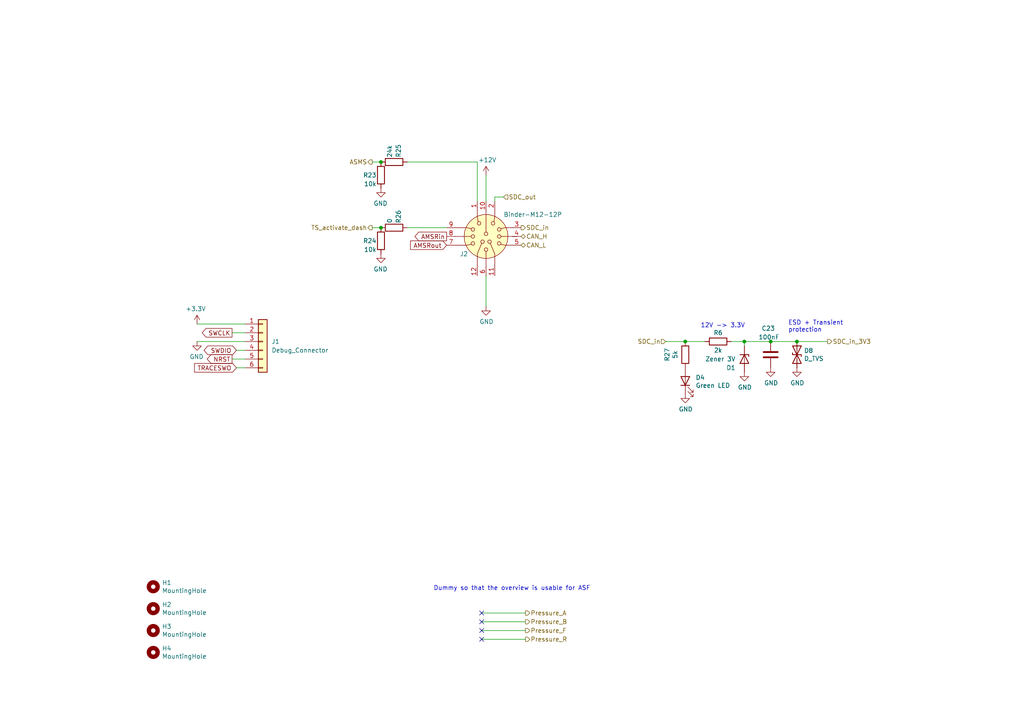
<source format=kicad_sch>
(kicad_sch (version 20211123) (generator eeschema)
  (paper "A4")
  (title_block (title "SDCL - Connections") (date "2021-12-16") (rev "v1.0") (company "FaSTTUBe - Formula Student Team TU Berlin") (comment 1 "Car 113") (comment 2 "EBS Electronics") (comment 3 "Electrical connections: Power, Programming, Buttons, CAN, SDC"))
  (lib_symbols
    (symbol "Connector_Generic:Conn_01x06" (pin_names (offset 1.016) hide)
      (property "Reference" "J" (at 0 7.62 0))
      (property "Value" "Conn_01x06" (at 0 -10.16 0))
      (symbol "Conn_01x06_1_1"
        (rectangle (start -1.27 -7.493) (end 0 -7.747) (stroke (width 0.1524)))
        (rectangle (start -1.27 -4.953) (end 0 -5.207) (stroke (width 0.1524)))
        (rectangle (start -1.27 -2.413) (end 0 -2.667) (stroke (width 0.1524)))
        (rectangle (start -1.27 0.127) (end 0 -0.127) (stroke (width 0.1524)))
        (rectangle (start -1.27 2.667) (end 0 2.413) (stroke (width 0.1524)))
        (rectangle (start -1.27 5.207) (end 0 4.953) (stroke (width 0.1524)))
        (rectangle (start -1.27 6.35) (end 1.27 -8.89) (stroke (width 0.254)) (fill (type background)))
        (pin passive line (at -5.08 5.08 0) (length 3.81) (name "Pin_1") (number "1"))
        (pin passive line (at -5.08 2.54 0) (length 3.81) (name "Pin_2") (number "2"))
        (pin passive line (at -5.08 0 0) (length 3.81) (name "Pin_3") (number "3"))
        (pin passive line (at -5.08 -2.54 0) (length 3.81) (name "Pin_4") (number "4"))
        (pin passive line (at -5.08 -5.08 0) (length 3.81) (name "Pin_5") (number "5"))
        (pin passive line (at -5.08 -7.62 0) (length 3.81) (name "Pin_6") (number "6"))
      )
    )
    (symbol "Custom:Binder-M12-12P" (pin_names (offset 1.016))
      (property "Reference" "J" (at -6.985 -5.715 0))
      (property "Value" "Binder-M12-12P" (at 4.572 6.858 0))
      (symbol "Binder-M12-12P_0_1"
        (circle (center -3.81 2.032) (radius 0.508))
        (circle (center -1.016 -1.524) (radius 0.508))
        (circle (center 0 -3.81) (radius 0.508))
        (polyline (pts (xy -8.89 -2.54) (xy -6.35 -2.54)))
        (polyline (pts (xy -8.89 2.54) (xy -6.35 2.54)))
        (polyline (pts (xy -2.54 -5.08) (xy -2.54 -8.89)))
        (polyline (pts (xy -2.54 6.35) (xy -2.54 7.62)))
        (polyline (pts (xy -1.2446 -1.9558) (xy -2.54 -5.08)))
        (polyline (pts (xy 0 -4.318) (xy 0 -8.89)))
        (polyline (pts (xy 0 2.54) (xy 0 1.27)))
        (polyline (pts (xy 0 2.54) (xy 0 7.62)))
        (polyline (pts (xy 1.2192 -1.9812) (xy 2.54 -5.08)))
        (polyline (pts (xy 2.54 -5.08) (xy 2.54 -8.89)))
        (polyline (pts (xy 2.54 6.35) (xy 2.54 7.62)))
        (polyline (pts (xy 6.35 -2.54) (xy 7.62 -2.54)))
        (polyline (pts (xy 6.35 2.54) (xy 7.62 2.54)))
        (polyline (pts (xy -6.35 2.54) (xy -5.588 2.54) (xy -4.318 2.286)))
        (polyline (pts (xy 6.35 2.54) (xy 5.588 2.54) (xy 4.318 2.286)))
        (circle (center 0 0) (radius 6.35) (fill (type background)))
        (circle (center 0 0.762) (radius 0.508))
        (circle (center 1.016 -1.524) (radius 0.508))
        (circle (center 3.81 2.032) (radius 0.508))
      )
      (symbol "Binder-M12-12P_1_1"
        (circle (center -3.81 -2.032) (radius 0.508))
        (circle (center -3.81 0) (radius 0.508))
        (circle (center -2.032 3.81) (radius 0.508))
        (polyline (pts (xy -4.318 0) (xy -8.89 0)))
        (polyline (pts (xy 4.318 0) (xy 8.89 0)))
        (polyline (pts (xy -6.35 -2.54) (xy -5.588 -2.54) (xy -4.318 -2.286)))
        (polyline (pts (xy -2.54 6.35) (xy -2.54 5.588) (xy -2.286 4.318)))
        (polyline (pts (xy 2.54 6.35) (xy 2.54 5.588) (xy 2.286 4.318)))
        (polyline (pts (xy 6.35 -2.54) (xy 5.588 -2.54) (xy 4.318 -2.286)))
        (circle (center 2.032 3.81) (radius 0.508))
        (circle (center 3.81 -2.032) (radius 0.508))
        (circle (center 3.81 0) (radius 0.508))
        (pin passive line (at -2.54 10.16 270) (length 2.54) (name "~") (number "1"))
        (pin passive line (at 0 10.16 270) (length 2.54) (name "~") (number "10"))
        (pin passive line (at 2.54 -11.43 90) (length 2.54) (name "~") (number "11"))
        (pin passive line (at -2.54 -11.43 90) (length 2.54) (name "~") (number "12"))
        (pin passive line (at 2.54 10.16 270) (length 2.54) (name "~") (number "2"))
        (pin passive line (at 10.16 2.54 180) (length 2.54) (name "~") (number "3"))
        (pin passive line (at 10.16 0 180) (length 2.54) (name "~") (number "4"))
        (pin passive line (at 10.16 -2.54 180) (length 2.54) (name "~") (number "5"))
        (pin passive line (at 0 -11.43 90) (length 2.54) (name "~") (number "6"))
        (pin passive line (at -11.43 -2.54 0) (length 2.54) (name "~") (number "7"))
        (pin passive line (at -11.43 0 0) (length 2.54) (name "~") (number "8"))
        (pin passive line (at -11.43 2.54 0) (length 2.54) (name "~") (number "9"))
      )
    )
    (symbol "Device:C" (pin_numbers hide) (pin_names (offset 0.254))
      (property "Reference" "C" (at 0.635 2.54 0))
      (property "Value" "C" (at 0.635 -2.54 0))
      (symbol "C_0_1"
        (polyline (pts (xy -2.032 -0.762) (xy 2.032 -0.762)) (stroke (width 0.508)))
        (polyline (pts (xy -2.032 0.762) (xy 2.032 0.762)) (stroke (width 0.508)))
      )
      (symbol "C_1_1"
        (pin passive line (at 0 3.81 270) (length 2.794) (name "~") (number "1"))
        (pin passive line (at 0 -3.81 90) (length 2.794) (name "~") (number "2"))
      )
    )
    (symbol "Device:D_TVS" (pin_numbers hide) (pin_names (offset 1.016) hide)
      (property "Reference" "D" (at 0 2.54 0))
      (property "Value" "D_TVS" (at 0 -2.54 0))
      (symbol "D_TVS_0_1"
        (polyline (pts (xy 1.27 0) (xy -1.27 0)))
        (polyline (pts (xy 0.508 1.27) (xy 0 1.27) (xy 0 -1.27) (xy -0.508 -1.27)) (stroke (width 0.254)))
        (polyline (pts (xy -2.54 1.27) (xy -2.54 -1.27) (xy 2.54 1.27) (xy 2.54 -1.27) (xy -2.54 1.27)) (stroke (width 0.254)))
      )
      (symbol "D_TVS_1_1"
        (pin passive line (at -3.81 0 0) (length 2.54) (name "A1") (number "1"))
        (pin passive line (at 3.81 0 180) (length 2.54) (name "A2") (number "2"))
      )
    )
    (symbol "Device:D_Zener" (pin_numbers hide) (pin_names (offset 1.016) hide)
      (property "Reference" "D" (at 0 2.54 0))
      (property "Value" "D_Zener" (at 0 -2.54 0))
      (symbol "D_Zener_0_1"
        (polyline (pts (xy 1.27 0) (xy -1.27 0)))
        (polyline (pts (xy -1.27 -1.27) (xy -1.27 1.27) (xy -0.762 1.27)) (stroke (width 0.254)))
        (polyline (pts (xy 1.27 -1.27) (xy 1.27 1.27) (xy -1.27 0) (xy 1.27 -1.27)) (stroke (width 0.254)))
      )
      (symbol "D_Zener_1_1"
        (pin passive line (at -3.81 0 0) (length 2.54) (name "K") (number "1"))
        (pin passive line (at 3.81 0 180) (length 2.54) (name "A") (number "2"))
      )
    )
    (symbol "Device:LED" (pin_numbers hide) (pin_names (offset 1.016) hide)
      (property "Reference" "D" (at 0 2.54 0))
      (property "Value" "LED" (at 0 -2.54 0))
      (symbol "LED_0_1"
        (polyline (pts (xy -1.27 -1.27) (xy -1.27 1.27)) (stroke (width 0.254)))
        (polyline (pts (xy -1.27 0) (xy 1.27 0)))
        (polyline (pts (xy 1.27 -1.27) (xy 1.27 1.27) (xy -1.27 0) (xy 1.27 -1.27)) (stroke (width 0.254)))
        (polyline (pts (xy -3.048 -0.762) (xy -4.572 -2.286) (xy -3.81 -2.286) (xy -4.572 -2.286) (xy -4.572 -1.524)))
        (polyline (pts (xy -1.778 -0.762) (xy -3.302 -2.286) (xy -2.54 -2.286) (xy -3.302 -2.286) (xy -3.302 -1.524)))
      )
      (symbol "LED_1_1"
        (pin passive line (at -3.81 0 0) (length 2.54) (name "K") (number "1"))
        (pin passive line (at 3.81 0 180) (length 2.54) (name "A") (number "2"))
      )
    )
    (symbol "Device:R" (pin_numbers hide) (pin_names (offset 0))
      (property "Reference" "R" (at 2.032 0 90))
      (property "Value" "R" (at 0 0 90))
      (symbol "R_0_1"
        (rectangle (start -1.016 -2.54) (end 1.016 2.54) (stroke (width 0.254)))
      )
      (symbol "R_1_1"
        (pin passive line (at 0 3.81 270) (length 1.27) (name "~") (number "1"))
        (pin passive line (at 0 -3.81 90) (length 1.27) (name "~") (number "2"))
      )
    )
    (symbol "Mechanical:MountingHole" (pin_names (offset 1.016))
      (property "Reference" "H" (at 0 5.08 0))
      (property "Value" "MountingHole" (at 0 3.175 0))
      (symbol "MountingHole_0_1"
        (circle (center 0 0) (radius 1.27) (stroke (width 1.27)))
      )
    )
    (symbol "power:+12V" (power) (pin_names (offset 0))
      (property "Value" "+12V" (at 0 3.556 0))
      (symbol "+12V_0_1"
        (polyline (pts (xy -0.762 1.27) (xy 0 2.54)))
        (polyline (pts (xy 0 0) (xy 0 2.54)))
        (polyline (pts (xy 0 2.54) (xy 0.762 1.27)))
      )
      (symbol "+12V_1_1"
        (pin power_in line (at 0 0 90) (length 0) hide (name "+12V") (number "1"))
      )
    )
    (symbol "power:+3.3V" (power) (pin_names (offset 0))
      (property "Value" "+3.3V" (at 0 3.556 0))
      (symbol "+3.3V_0_1"
        (polyline (pts (xy -0.762 1.27) (xy 0 2.54)))
        (polyline (pts (xy 0 0) (xy 0 2.54)))
        (polyline (pts (xy 0 2.54) (xy 0.762 1.27)))
      )
      (symbol "+3.3V_1_1"
        (pin power_in line (at 0 0 90) (length 0) hide (name "+3.3V") (number "1"))
      )
    )
    (symbol "power:GND" (power) (pin_names (offset 0))
      (property "Value" "GND" (at 0 -3.81 0))
      (symbol "GND_0_1"
        (polyline (pts (xy 0 0) (xy 0 -1.27) (xy 1.27 -1.27) (xy 0 -2.54) (xy -1.27 -1.27) (xy 0 -1.27)))
      )
      (symbol "GND_1_1"
        (pin power_in line (at 0 0 270) (length 0) hide (name "GND") (number "1"))
      )
    )
  )
  (junction (at 215.9 99.06))
  (junction (at 231.14 99.06))
  (junction (at 110.49 66.04))
  (junction (at 110.49 46.99))
  (junction (at 198.755 99.06))
  (junction (at 223.52 99.06))
  (no_connect (at 139.7 185.42))
  (no_connect (at 139.7 180.34))
  (no_connect (at 139.7 177.8))
  (no_connect (at 139.7 182.88))
  (wire (pts (xy 68.58 101.6) (xy 71.12 101.6)))
  (wire (pts (xy 68.58 106.68) (xy 71.12 106.68)))
  (wire (pts (xy 215.9 99.06) (xy 223.52 99.06)))
  (wire (pts (xy 67.31 104.14) (xy 71.12 104.14)))
  (wire (pts (xy 215.9 100.33) (xy 215.9 99.06)))
  (wire (pts (xy 223.52 99.06) (xy 231.14 99.06)))
  (wire (pts (xy 118.11 46.99) (xy 138.43 46.99)))
  (wire (pts (xy 107.95 66.04) (xy 110.49 66.04)))
  (wire (pts (xy 198.755 99.06) (xy 204.47 99.06)))
  (wire (pts (xy 57.15 93.98) (xy 71.12 93.98)))
  (wire (pts (xy 139.7 177.8) (xy 152.4 177.8)))
  (wire (pts (xy 193.04 99.06) (xy 198.755 99.06)))
  (wire (pts (xy 140.97 80.01) (xy 140.97 88.9)))
  (wire (pts (xy 143.51 57.15) (xy 146.05 57.15)))
  (wire (pts (xy 57.15 99.06) (xy 71.12 99.06)))
  (wire (pts (xy 118.11 66.04) (xy 129.54 66.04)))
  (wire (pts (xy 143.51 58.42) (xy 143.51 57.15)))
  (wire (pts (xy 138.43 46.99) (xy 138.43 58.42)))
  (wire (pts (xy 107.95 46.99) (xy 110.49 46.99)))
  (wire (pts (xy 140.97 50.8) (xy 140.97 58.42)))
  (wire (pts (xy 139.7 185.42) (xy 152.4 185.42)))
  (wire (pts (xy 139.7 180.34) (xy 152.4 180.34)))
  (wire (pts (xy 67.31 96.52) (xy 71.12 96.52)))
  (wire (pts (xy 231.14 99.06) (xy 240.03 99.06)))
  (wire (pts (xy 212.09 99.06) (xy 215.9 99.06)))
  (wire (pts (xy 139.7 182.88) (xy 152.4 182.88)))
  (text "Dummy so that the overview is usable for ASF" (at 125.73 171.45 0) (effects (font (size 1.27 1.27)) (justify left bottom)))
  (text "12V -> 3.3V" (at 203.2 95.25 0) (effects (font (size 1.27 1.27)) (justify left bottom)))
  (text "ESD + Transient\nprotection" (at 228.6 96.52 0) (effects (font (size 1.27 1.27)) (justify left bottom)))
  (global_label "AMSRin" (shape output) (at 129.54 68.58 180) (property "Intersheet References" "${INTERSHEET_REFS}" (effects hide)))
  (global_label "AMSRout" (shape input) (at 129.54 71.12 180) (property "Intersheet References" "${INTERSHEET_REFS}" (effects hide)))
  (global_label "TRACESWO" (shape input) (at 68.58 106.68 180) (property "Intersheet References" "${INTERSHEET_REFS}" (effects hide)))
  (global_label "NRST" (shape output) (at 67.31 104.14 180) (property "Intersheet References" "${INTERSHEET_REFS}" (effects hide)))
  (global_label "SWCLK" (shape output) (at 67.31 96.52 180) (property "Intersheet References" "${INTERSHEET_REFS}" (effects hide)))
  (global_label "SWDIO" (shape bidirectional) (at 68.58 101.6 180) (property "Intersheet References" "${INTERSHEET_REFS}" (effects hide)))
  (hierarchical_label "SDC_in_3V3" (shape output) (at 240.03 99.06 0))
  (hierarchical_label "Pressure_R" (shape output) (at 152.4 185.42 0))
  (hierarchical_label "SDC_out" (shape input) (at 146.05 57.15 0))
  (hierarchical_label "TS_activate_dash" (shape output) (at 107.95 66.04 180))
  (hierarchical_label "Pressure_B" (shape output) (at 152.4 180.34 0))
  (hierarchical_label "ASMS" (shape output) (at 107.95 46.99 180))
  (hierarchical_label "SDC_in" (shape output) (at 151.13 66.04 0))
  (hierarchical_label "CAN_H" (shape bidirectional) (at 151.13 68.58 0))
  (hierarchical_label "Pressure_F" (shape output) (at 152.4 182.88 0))
  (hierarchical_label "SDC_in" (shape input) (at 193.04 99.06 180))
  (hierarchical_label "CAN_L" (shape bidirectional) (at 151.13 71.12 0))
  (hierarchical_label "Pressure_A" (shape output) (at 152.4 177.8 0))
  (symbol (lib_id "Device:R") (at 208.28 99.06 90) (mirror x) (unit 1)
    (property "Reference" "R6" (at 208.28 96.52 90))
    (property "Value" "2k" (at 208.28 101.6 90))
    (property "Footprint" "Resistor_SMD:R_0603_1608Metric_Pad0.98x0.95mm_HandSolder" (effects hide))
  )
  (symbol (lib_id "power:GND") (at 215.9 107.95 0) (unit 1)
    (property "Reference" "#PWR0101" (effects hide))
    (property "Value" "GND" (at 216.027 112.3442 0))
  )
  (symbol (lib_id "power:GND") (at 231.14 106.68 0) (unit 1)
    (property "Reference" "#PWR0102" (effects hide))
    (property "Value" "GND" (at 231.267 111.0742 0))
  )
  (symbol (lib_id "Device:C") (at 223.52 102.87 180) (unit 1)
    (property "Reference" "C23" (at 224.79 95.25 0) (effects (justify left)))
    (property "Value" "100nF" (at 226.06 97.79 0) (effects (justify left)))
    (property "Footprint" "Capacitor_SMD:C_0603_1608Metric_Pad1.08x0.95mm_HandSolder" (effects hide))
  )
  (symbol (lib_id "power:GND") (at 223.52 106.68 0) (unit 1)
    (property "Reference" "#PWR0104" (effects hide))
    (property "Value" "GND" (at 223.647 111.0742 0))
  )
  (symbol (lib_id "Device:D_TVS") (at 231.14 102.87 270) (unit 1)
    (property "Reference" "D8" (at 233.172 101.7016 90) (effects (justify left)))
    (property "Value" "D_TVS" (at 233.172 104.013 90) (effects (justify left)))
    (property "Footprint" "Diode_SMD:D_SOD-323_HandSoldering" (effects hide))
  )
  (symbol (lib_id "Mechanical:MountingHole") (at 44.45 170.18 0) (unit 1)
    (property "Reference" "H1" (at 46.99 169.0116 0) (effects (justify left)))
    (property "Value" "MountingHole" (at 46.99 171.323 0) (effects (justify left)))
    (property "Footprint" "MountingHole:MountingHole_3.2mm_M3" (effects hide))
  )
  (symbol (lib_id "Mechanical:MountingHole") (at 44.45 176.53 0) (unit 1)
    (property "Reference" "H2" (at 46.99 175.3616 0) (effects (justify left)))
    (property "Value" "MountingHole" (at 46.99 177.673 0) (effects (justify left)))
    (property "Footprint" "MountingHole:MountingHole_3.2mm_M3" (effects hide))
  )
  (symbol (lib_id "Mechanical:MountingHole") (at 44.45 182.88 0) (unit 1)
    (property "Reference" "H3" (at 46.99 181.7116 0) (effects (justify left)))
    (property "Value" "MountingHole" (at 46.99 184.023 0) (effects (justify left)))
    (property "Footprint" "MountingHole:MountingHole_3.2mm_M3" (effects hide))
  )
  (symbol (lib_id "power:+12V") (at 140.97 50.8 0) (unit 1)
    (property "Reference" "#PWR0106" (effects hide))
    (property "Value" "+12V" (at 141.351 46.4058 0))
  )
  (symbol (lib_id "power:+3.3V") (at 57.15 93.98 0) (mirror y) (unit 1)
    (property "Reference" "#PWR0141" (effects hide))
    (property "Value" "+3.3V" (at 56.769 89.5858 0))
  )
  (symbol (lib_id "power:GND") (at 57.15 99.06 0) (mirror y) (unit 1)
    (property "Reference" "#PWR0164" (effects hide))
    (property "Value" "GND" (at 57.023 103.4542 0))
  )
  (symbol (lib_id "power:GND") (at 140.97 88.9 0) (unit 1)
    (property "Reference" "#PWR0110" (effects hide))
    (property "Value" "GND" (at 141.097 93.2942 0))
  )
  (symbol (lib_id "Custom:Binder-M12-12P") (at 140.97 68.58 0) (unit 1)
    (property "Reference" "J2" (at 133.35 73.66 0) (effects (justify left)))
    (property "Value" "Binder-M12-12P" (at 146.05 62.23 0) (effects (justify left)))
    (property "Footprint" "Custom:Binder_M12-A_12P_Female" (effects hide))
    (property "Datasheet" "http://www.mouser.com/ds/2/18/40_c091_abd_e-75918.pdf" (effects hide))
  )
  (symbol (lib_id "Device:D_Zener") (at 215.9 104.14 270) (unit 1)
    (property "Reference" "D1" (at 213.36 106.68 90) (effects (justify right)))
    (property "Value" "Zener 3V" (at 213.36 104.14 90) (effects (justify right)))
    (property "Footprint" "Diode_SMD:D_SOD-323_HandSoldering" (effects hide))
  )
  (symbol (lib_id "Device:R") (at 198.755 102.87 180) (unit 1)
    (property "Reference" "R27" (at 193.4972 102.87 90))
    (property "Value" "5k" (at 195.8086 102.87 90))
    (property "Footprint" "Resistor_SMD:R_0603_1608Metric_Pad0.98x0.95mm_HandSolder" (effects hide))
  )
  (symbol (lib_id "power:GND") (at 110.49 73.66 0) (mirror y) (unit 1)
    (property "Reference" "#PWR011" (effects hide))
    (property "Value" "GND" (at 110.363 78.0542 0))
  )
  (symbol (lib_id "Device:R") (at 114.3 66.04 270) (mirror x) (unit 1)
    (property "Reference" "R26" (at 115.57 64.77 0) (effects (justify left)))
    (property "Value" "0" (at 113.03 64.77 0) (effects (justify left)))
    (property "Footprint" "Resistor_SMD:R_0603_1608Metric_Pad0.98x0.95mm_HandSolder" (effects hide))
  )
  (symbol (lib_id "Device:LED") (at 198.755 110.49 90) (unit 1)
    (property "Reference" "D4" (at 201.7522 109.4994 90) (effects (justify right)))
    (property "Value" "Green LED" (at 201.7522 111.8108 90) (effects (justify right)))
    (property "Footprint" "Diode_SMD:D_0603_1608Metric_Pad1.05x0.95mm_HandSolder" (effects hide))
  )
  (symbol (lib_id "Device:R") (at 110.49 69.85 0) (mirror y) (unit 1)
    (property "Reference" "R24" (at 109.22 69.85 0) (effects (justify left)))
    (property "Value" "10k" (at 109.22 72.39 0) (effects (justify left)))
    (property "Footprint" "Resistor_SMD:R_0603_1608Metric_Pad0.98x0.95mm_HandSolder" (effects hide))
  )
  (symbol (lib_id "Mechanical:MountingHole") (at 44.45 189.23 0) (unit 1)
    (property "Reference" "H4" (at 46.99 188.0616 0) (effects (justify left)))
    (property "Value" "MountingHole" (at 46.99 190.373 0) (effects (justify left)))
    (property "Footprint" "MountingHole:MountingHole_3.2mm_M3" (effects hide))
  )
  (symbol (lib_id "Device:R") (at 110.49 50.8 0) (mirror y) (unit 1)
    (property "Reference" "R23" (at 109.22 50.8 0) (effects (justify left)))
    (property "Value" "10k" (at 109.22 53.34 0) (effects (justify left)))
    (property "Footprint" "Resistor_SMD:R_0603_1608Metric_Pad0.98x0.95mm_HandSolder" (effects hide))
  )
  (symbol (lib_id "power:GND") (at 110.49 54.61 0) (mirror y) (unit 1)
    (property "Reference" "#PWR010" (effects hide))
    (property "Value" "GND" (at 110.363 59.0042 0))
  )
  (symbol (lib_id "Device:R") (at 114.3 46.99 270) (mirror x) (unit 1)
    (property "Reference" "R25" (at 115.57 45.72 0) (effects (justify left)))
    (property "Value" "24k" (at 113.03 45.72 0) (effects (justify left)))
    (property "Footprint" "Resistor_SMD:R_0603_1608Metric_Pad0.98x0.95mm_HandSolder" (effects hide))
  )
  (symbol (lib_id "Connector_Generic:Conn_01x06") (at 76.2 99.06 0) (unit 1)
    (property "Reference" "J1" (at 78.74 99.0599 0) (effects (justify left)))
    (property "Value" "Debug_Connector" (at 78.74 101.5999 0) (effects (justify left)))
    (property "Footprint" "Connector_PinHeader_2.54mm:PinHeader_1x06_P2.54mm_Horizontal" (effects hide))
  )
  (symbol (lib_id "power:GND") (at 198.755 114.3 0) (unit 1)
    (property "Reference" "#PWR012" (effects hide))
    (property "Value" "GND" (at 198.882 118.6942 0))
  )
)
</source>
